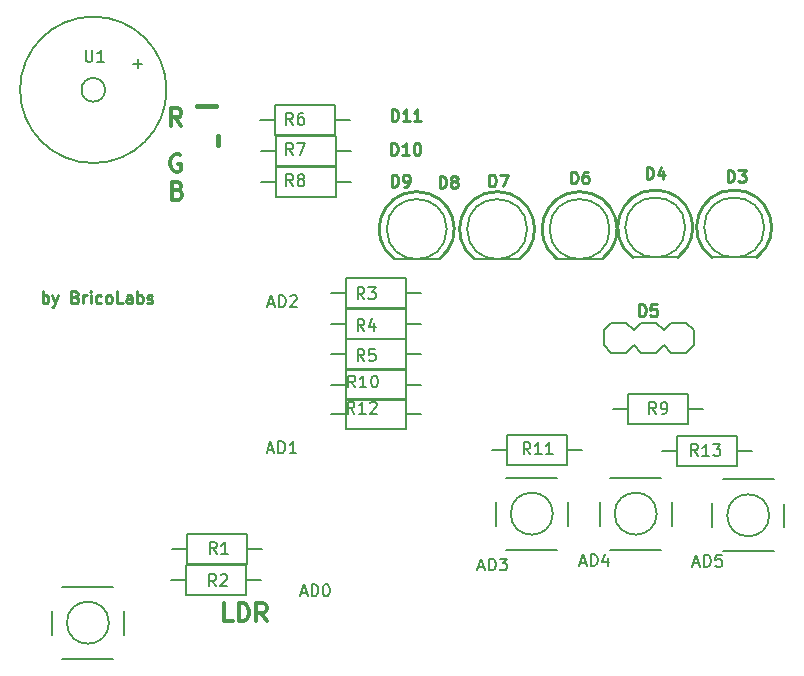
<source format=gto>
G04 #@! TF.FileFunction,Legend,Top*
%FSLAX46Y46*%
G04 Gerber Fmt 4.6, Leading zero omitted, Abs format (unit mm)*
G04 Created by KiCad (PCBNEW 4.0.5+dfsg1-4~bpo8+1) date Wed Sep 27 19:22:44 2017*
%MOMM*%
%LPD*%
G01*
G04 APERTURE LIST*
%ADD10C,0.100000*%
%ADD11C,0.150000*%
%ADD12C,0.250000*%
%ADD13C,0.300000*%
%ADD14C,0.203200*%
%ADD15C,0.254000*%
%ADD16C,0.152400*%
%ADD17C,0.381000*%
G04 APERTURE END LIST*
D10*
D11*
X183380214Y-128627167D02*
X183856405Y-128627167D01*
X183284976Y-128912881D02*
X183618309Y-127912881D01*
X183951643Y-128912881D01*
X184284976Y-128912881D02*
X184284976Y-127912881D01*
X184523071Y-127912881D01*
X184665929Y-127960500D01*
X184761167Y-128055738D01*
X184808786Y-128150976D01*
X184856405Y-128341452D01*
X184856405Y-128484310D01*
X184808786Y-128674786D01*
X184761167Y-128770024D01*
X184665929Y-128865262D01*
X184523071Y-128912881D01*
X184284976Y-128912881D01*
X185761167Y-127912881D02*
X185284976Y-127912881D01*
X185237357Y-128389071D01*
X185284976Y-128341452D01*
X185380214Y-128293833D01*
X185618310Y-128293833D01*
X185713548Y-128341452D01*
X185761167Y-128389071D01*
X185808786Y-128484310D01*
X185808786Y-128722405D01*
X185761167Y-128817643D01*
X185713548Y-128865262D01*
X185618310Y-128912881D01*
X185380214Y-128912881D01*
X185284976Y-128865262D01*
X185237357Y-128817643D01*
X173791714Y-128563667D02*
X174267905Y-128563667D01*
X173696476Y-128849381D02*
X174029809Y-127849381D01*
X174363143Y-128849381D01*
X174696476Y-128849381D02*
X174696476Y-127849381D01*
X174934571Y-127849381D01*
X175077429Y-127897000D01*
X175172667Y-127992238D01*
X175220286Y-128087476D01*
X175267905Y-128277952D01*
X175267905Y-128420810D01*
X175220286Y-128611286D01*
X175172667Y-128706524D01*
X175077429Y-128801762D01*
X174934571Y-128849381D01*
X174696476Y-128849381D01*
X176125048Y-128182714D02*
X176125048Y-128849381D01*
X175886952Y-127801762D02*
X175648857Y-128516048D01*
X176267905Y-128516048D01*
X165155714Y-128944667D02*
X165631905Y-128944667D01*
X165060476Y-129230381D02*
X165393809Y-128230381D01*
X165727143Y-129230381D01*
X166060476Y-129230381D02*
X166060476Y-128230381D01*
X166298571Y-128230381D01*
X166441429Y-128278000D01*
X166536667Y-128373238D01*
X166584286Y-128468476D01*
X166631905Y-128658952D01*
X166631905Y-128801810D01*
X166584286Y-128992286D01*
X166536667Y-129087524D01*
X166441429Y-129182762D01*
X166298571Y-129230381D01*
X166060476Y-129230381D01*
X166965238Y-128230381D02*
X167584286Y-128230381D01*
X167250952Y-128611333D01*
X167393810Y-128611333D01*
X167489048Y-128658952D01*
X167536667Y-128706571D01*
X167584286Y-128801810D01*
X167584286Y-129039905D01*
X167536667Y-129135143D01*
X167489048Y-129182762D01*
X167393810Y-129230381D01*
X167108095Y-129230381D01*
X167012857Y-129182762D01*
X166965238Y-129135143D01*
D12*
X186269405Y-96337381D02*
X186269405Y-95337381D01*
X186507500Y-95337381D01*
X186650358Y-95385000D01*
X186745596Y-95480238D01*
X186793215Y-95575476D01*
X186840834Y-95765952D01*
X186840834Y-95908810D01*
X186793215Y-96099286D01*
X186745596Y-96194524D01*
X186650358Y-96289762D01*
X186507500Y-96337381D01*
X186269405Y-96337381D01*
X187174167Y-95337381D02*
X187793215Y-95337381D01*
X187459881Y-95718333D01*
X187602739Y-95718333D01*
X187697977Y-95765952D01*
X187745596Y-95813571D01*
X187793215Y-95908810D01*
X187793215Y-96146905D01*
X187745596Y-96242143D01*
X187697977Y-96289762D01*
X187602739Y-96337381D01*
X187317024Y-96337381D01*
X187221786Y-96289762D01*
X187174167Y-96242143D01*
X179411405Y-96083381D02*
X179411405Y-95083381D01*
X179649500Y-95083381D01*
X179792358Y-95131000D01*
X179887596Y-95226238D01*
X179935215Y-95321476D01*
X179982834Y-95511952D01*
X179982834Y-95654810D01*
X179935215Y-95845286D01*
X179887596Y-95940524D01*
X179792358Y-96035762D01*
X179649500Y-96083381D01*
X179411405Y-96083381D01*
X180839977Y-95416714D02*
X180839977Y-96083381D01*
X180601881Y-95035762D02*
X180363786Y-95750048D01*
X180982834Y-95750048D01*
X178776405Y-107703881D02*
X178776405Y-106703881D01*
X179014500Y-106703881D01*
X179157358Y-106751500D01*
X179252596Y-106846738D01*
X179300215Y-106941976D01*
X179347834Y-107132452D01*
X179347834Y-107275310D01*
X179300215Y-107465786D01*
X179252596Y-107561024D01*
X179157358Y-107656262D01*
X179014500Y-107703881D01*
X178776405Y-107703881D01*
X180252596Y-106703881D02*
X179776405Y-106703881D01*
X179728786Y-107180071D01*
X179776405Y-107132452D01*
X179871643Y-107084833D01*
X180109739Y-107084833D01*
X180204977Y-107132452D01*
X180252596Y-107180071D01*
X180300215Y-107275310D01*
X180300215Y-107513405D01*
X180252596Y-107608643D01*
X180204977Y-107656262D01*
X180109739Y-107703881D01*
X179871643Y-107703881D01*
X179776405Y-107656262D01*
X179728786Y-107608643D01*
X172997905Y-96464381D02*
X172997905Y-95464381D01*
X173236000Y-95464381D01*
X173378858Y-95512000D01*
X173474096Y-95607238D01*
X173521715Y-95702476D01*
X173569334Y-95892952D01*
X173569334Y-96035810D01*
X173521715Y-96226286D01*
X173474096Y-96321524D01*
X173378858Y-96416762D01*
X173236000Y-96464381D01*
X172997905Y-96464381D01*
X174426477Y-95464381D02*
X174236000Y-95464381D01*
X174140762Y-95512000D01*
X174093143Y-95559619D01*
X173997905Y-95702476D01*
X173950286Y-95892952D01*
X173950286Y-96273905D01*
X173997905Y-96369143D01*
X174045524Y-96416762D01*
X174140762Y-96464381D01*
X174331239Y-96464381D01*
X174426477Y-96416762D01*
X174474096Y-96369143D01*
X174521715Y-96273905D01*
X174521715Y-96035810D01*
X174474096Y-95940571D01*
X174426477Y-95892952D01*
X174331239Y-95845333D01*
X174140762Y-95845333D01*
X174045524Y-95892952D01*
X173997905Y-95940571D01*
X173950286Y-96035810D01*
X166076405Y-96718381D02*
X166076405Y-95718381D01*
X166314500Y-95718381D01*
X166457358Y-95766000D01*
X166552596Y-95861238D01*
X166600215Y-95956476D01*
X166647834Y-96146952D01*
X166647834Y-96289810D01*
X166600215Y-96480286D01*
X166552596Y-96575524D01*
X166457358Y-96670762D01*
X166314500Y-96718381D01*
X166076405Y-96718381D01*
X166981167Y-95718381D02*
X167647834Y-95718381D01*
X167219262Y-96718381D01*
X161885405Y-96845381D02*
X161885405Y-95845381D01*
X162123500Y-95845381D01*
X162266358Y-95893000D01*
X162361596Y-95988238D01*
X162409215Y-96083476D01*
X162456834Y-96273952D01*
X162456834Y-96416810D01*
X162409215Y-96607286D01*
X162361596Y-96702524D01*
X162266358Y-96797762D01*
X162123500Y-96845381D01*
X161885405Y-96845381D01*
X163028262Y-96273952D02*
X162933024Y-96226333D01*
X162885405Y-96178714D01*
X162837786Y-96083476D01*
X162837786Y-96035857D01*
X162885405Y-95940619D01*
X162933024Y-95893000D01*
X163028262Y-95845381D01*
X163218739Y-95845381D01*
X163313977Y-95893000D01*
X163361596Y-95940619D01*
X163409215Y-96035857D01*
X163409215Y-96083476D01*
X163361596Y-96178714D01*
X163313977Y-96226333D01*
X163218739Y-96273952D01*
X163028262Y-96273952D01*
X162933024Y-96321571D01*
X162885405Y-96369190D01*
X162837786Y-96464429D01*
X162837786Y-96654905D01*
X162885405Y-96750143D01*
X162933024Y-96797762D01*
X163028262Y-96845381D01*
X163218739Y-96845381D01*
X163313977Y-96797762D01*
X163361596Y-96750143D01*
X163409215Y-96654905D01*
X163409215Y-96464429D01*
X163361596Y-96369190D01*
X163313977Y-96321571D01*
X163218739Y-96273952D01*
X157813785Y-96728541D02*
X157813785Y-95728541D01*
X158051880Y-95728541D01*
X158194738Y-95776160D01*
X158289976Y-95871398D01*
X158337595Y-95966636D01*
X158385214Y-96157112D01*
X158385214Y-96299970D01*
X158337595Y-96490446D01*
X158289976Y-96585684D01*
X158194738Y-96680922D01*
X158051880Y-96728541D01*
X157813785Y-96728541D01*
X158861404Y-96728541D02*
X159051880Y-96728541D01*
X159147119Y-96680922D01*
X159194738Y-96633303D01*
X159289976Y-96490446D01*
X159337595Y-96299970D01*
X159337595Y-95919017D01*
X159289976Y-95823779D01*
X159242357Y-95776160D01*
X159147119Y-95728541D01*
X158956642Y-95728541D01*
X158861404Y-95776160D01*
X158813785Y-95823779D01*
X158766166Y-95919017D01*
X158766166Y-96157112D01*
X158813785Y-96252350D01*
X158861404Y-96299970D01*
X158956642Y-96347589D01*
X159147119Y-96347589D01*
X159242357Y-96299970D01*
X159289976Y-96252350D01*
X159337595Y-96157112D01*
X157779554Y-94036141D02*
X157779554Y-93036141D01*
X158017649Y-93036141D01*
X158160507Y-93083760D01*
X158255745Y-93178998D01*
X158303364Y-93274236D01*
X158350983Y-93464712D01*
X158350983Y-93607570D01*
X158303364Y-93798046D01*
X158255745Y-93893284D01*
X158160507Y-93988522D01*
X158017649Y-94036141D01*
X157779554Y-94036141D01*
X159303364Y-94036141D02*
X158731935Y-94036141D01*
X159017649Y-94036141D02*
X159017649Y-93036141D01*
X158922411Y-93178998D01*
X158827173Y-93274236D01*
X158731935Y-93321855D01*
X159922411Y-93036141D02*
X160017650Y-93036141D01*
X160112888Y-93083760D01*
X160160507Y-93131379D01*
X160208126Y-93226617D01*
X160255745Y-93417093D01*
X160255745Y-93655189D01*
X160208126Y-93845665D01*
X160160507Y-93940903D01*
X160112888Y-93988522D01*
X160017650Y-94036141D01*
X159922411Y-94036141D01*
X159827173Y-93988522D01*
X159779554Y-93940903D01*
X159731935Y-93845665D01*
X159684316Y-93655189D01*
X159684316Y-93417093D01*
X159731935Y-93226617D01*
X159779554Y-93131379D01*
X159827173Y-93083760D01*
X159922411Y-93036141D01*
X157820194Y-91191341D02*
X157820194Y-90191341D01*
X158058289Y-90191341D01*
X158201147Y-90238960D01*
X158296385Y-90334198D01*
X158344004Y-90429436D01*
X158391623Y-90619912D01*
X158391623Y-90762770D01*
X158344004Y-90953246D01*
X158296385Y-91048484D01*
X158201147Y-91143722D01*
X158058289Y-91191341D01*
X157820194Y-91191341D01*
X159344004Y-91191341D02*
X158772575Y-91191341D01*
X159058289Y-91191341D02*
X159058289Y-90191341D01*
X158963051Y-90334198D01*
X158867813Y-90429436D01*
X158772575Y-90477055D01*
X160296385Y-91191341D02*
X159724956Y-91191341D01*
X160010670Y-91191341D02*
X160010670Y-90191341D01*
X159915432Y-90334198D01*
X159820194Y-90429436D01*
X159724956Y-90477055D01*
D13*
X139730943Y-97047857D02*
X139945229Y-97119286D01*
X140016657Y-97190714D01*
X140088086Y-97333571D01*
X140088086Y-97547857D01*
X140016657Y-97690714D01*
X139945229Y-97762143D01*
X139802371Y-97833571D01*
X139230943Y-97833571D01*
X139230943Y-96333571D01*
X139730943Y-96333571D01*
X139873800Y-96405000D01*
X139945229Y-96476429D01*
X140016657Y-96619286D01*
X140016657Y-96762143D01*
X139945229Y-96905000D01*
X139873800Y-96976429D01*
X139730943Y-97047857D01*
X139230943Y-97047857D01*
X139940457Y-94042800D02*
X139797600Y-93971371D01*
X139583314Y-93971371D01*
X139369029Y-94042800D01*
X139226171Y-94185657D01*
X139154743Y-94328514D01*
X139083314Y-94614229D01*
X139083314Y-94828514D01*
X139154743Y-95114229D01*
X139226171Y-95257086D01*
X139369029Y-95399943D01*
X139583314Y-95471371D01*
X139726171Y-95471371D01*
X139940457Y-95399943D01*
X140011886Y-95328514D01*
X140011886Y-94828514D01*
X139726171Y-94828514D01*
X140011886Y-91585171D02*
X139511886Y-90870886D01*
X139154743Y-91585171D02*
X139154743Y-90085171D01*
X139726171Y-90085171D01*
X139869029Y-90156600D01*
X139940457Y-90228029D01*
X140011886Y-90370886D01*
X140011886Y-90585171D01*
X139940457Y-90728029D01*
X139869029Y-90799457D01*
X139726171Y-90870886D01*
X139154743Y-90870886D01*
X144379286Y-133520571D02*
X143665000Y-133520571D01*
X143665000Y-132020571D01*
X144879286Y-133520571D02*
X144879286Y-132020571D01*
X145236429Y-132020571D01*
X145450714Y-132092000D01*
X145593572Y-132234857D01*
X145665000Y-132377714D01*
X145736429Y-132663429D01*
X145736429Y-132877714D01*
X145665000Y-133163429D01*
X145593572Y-133306286D01*
X145450714Y-133449143D01*
X145236429Y-133520571D01*
X144879286Y-133520571D01*
X147236429Y-133520571D02*
X146736429Y-132806286D01*
X146379286Y-133520571D02*
X146379286Y-132020571D01*
X146950714Y-132020571D01*
X147093572Y-132092000D01*
X147165000Y-132163429D01*
X147236429Y-132306286D01*
X147236429Y-132520571D01*
X147165000Y-132663429D01*
X147093572Y-132734857D01*
X146950714Y-132806286D01*
X146379286Y-132806286D01*
D11*
X147380794Y-106653627D02*
X147856985Y-106653627D01*
X147285556Y-106939341D02*
X147618889Y-105939341D01*
X147952223Y-106939341D01*
X148285556Y-106939341D02*
X148285556Y-105939341D01*
X148523651Y-105939341D01*
X148666509Y-105986960D01*
X148761747Y-106082198D01*
X148809366Y-106177436D01*
X148856985Y-106367912D01*
X148856985Y-106510770D01*
X148809366Y-106701246D01*
X148761747Y-106796484D01*
X148666509Y-106891722D01*
X148523651Y-106939341D01*
X148285556Y-106939341D01*
X149237937Y-106034579D02*
X149285556Y-105986960D01*
X149380794Y-105939341D01*
X149618890Y-105939341D01*
X149714128Y-105986960D01*
X149761747Y-106034579D01*
X149809366Y-106129817D01*
X149809366Y-106225055D01*
X149761747Y-106367912D01*
X149190318Y-106939341D01*
X149809366Y-106939341D01*
X147324914Y-119008187D02*
X147801105Y-119008187D01*
X147229676Y-119293901D02*
X147563009Y-118293901D01*
X147896343Y-119293901D01*
X148229676Y-119293901D02*
X148229676Y-118293901D01*
X148467771Y-118293901D01*
X148610629Y-118341520D01*
X148705867Y-118436758D01*
X148753486Y-118531996D01*
X148801105Y-118722472D01*
X148801105Y-118865330D01*
X148753486Y-119055806D01*
X148705867Y-119151044D01*
X148610629Y-119246282D01*
X148467771Y-119293901D01*
X148229676Y-119293901D01*
X149753486Y-119293901D02*
X149182057Y-119293901D01*
X149467771Y-119293901D02*
X149467771Y-118293901D01*
X149372533Y-118436758D01*
X149277295Y-118531996D01*
X149182057Y-118579615D01*
X150134154Y-131123987D02*
X150610345Y-131123987D01*
X150038916Y-131409701D02*
X150372249Y-130409701D01*
X150705583Y-131409701D01*
X151038916Y-131409701D02*
X151038916Y-130409701D01*
X151277011Y-130409701D01*
X151419869Y-130457320D01*
X151515107Y-130552558D01*
X151562726Y-130647796D01*
X151610345Y-130838272D01*
X151610345Y-130981130D01*
X151562726Y-131171606D01*
X151515107Y-131266844D01*
X151419869Y-131362082D01*
X151277011Y-131409701D01*
X151038916Y-131409701D01*
X152229392Y-130409701D02*
X152324631Y-130409701D01*
X152419869Y-130457320D01*
X152467488Y-130504939D01*
X152515107Y-130600177D01*
X152562726Y-130790653D01*
X152562726Y-131028749D01*
X152515107Y-131219225D01*
X152467488Y-131314463D01*
X152419869Y-131362082D01*
X152324631Y-131409701D01*
X152229392Y-131409701D01*
X152134154Y-131362082D01*
X152086535Y-131314463D01*
X152038916Y-131219225D01*
X151991297Y-131028749D01*
X151991297Y-130790653D01*
X152038916Y-130600177D01*
X152086535Y-130504939D01*
X152134154Y-130457320D01*
X152229392Y-130409701D01*
D12*
X128283912Y-106598981D02*
X128283912Y-105598981D01*
X128283912Y-105979933D02*
X128379150Y-105932314D01*
X128569627Y-105932314D01*
X128664865Y-105979933D01*
X128712484Y-106027552D01*
X128760103Y-106122790D01*
X128760103Y-106408505D01*
X128712484Y-106503743D01*
X128664865Y-106551362D01*
X128569627Y-106598981D01*
X128379150Y-106598981D01*
X128283912Y-106551362D01*
X129093436Y-105932314D02*
X129331531Y-106598981D01*
X129569627Y-105932314D02*
X129331531Y-106598981D01*
X129236293Y-106837076D01*
X129188674Y-106884695D01*
X129093436Y-106932314D01*
X131045818Y-106075171D02*
X131188675Y-106122790D01*
X131236294Y-106170410D01*
X131283913Y-106265648D01*
X131283913Y-106408505D01*
X131236294Y-106503743D01*
X131188675Y-106551362D01*
X131093437Y-106598981D01*
X130712484Y-106598981D01*
X130712484Y-105598981D01*
X131045818Y-105598981D01*
X131141056Y-105646600D01*
X131188675Y-105694219D01*
X131236294Y-105789457D01*
X131236294Y-105884695D01*
X131188675Y-105979933D01*
X131141056Y-106027552D01*
X131045818Y-106075171D01*
X130712484Y-106075171D01*
X131712484Y-106598981D02*
X131712484Y-105932314D01*
X131712484Y-106122790D02*
X131760103Y-106027552D01*
X131807722Y-105979933D01*
X131902960Y-105932314D01*
X131998199Y-105932314D01*
X132331532Y-106598981D02*
X132331532Y-105932314D01*
X132331532Y-105598981D02*
X132283913Y-105646600D01*
X132331532Y-105694219D01*
X132379151Y-105646600D01*
X132331532Y-105598981D01*
X132331532Y-105694219D01*
X133236294Y-106551362D02*
X133141056Y-106598981D01*
X132950579Y-106598981D01*
X132855341Y-106551362D01*
X132807722Y-106503743D01*
X132760103Y-106408505D01*
X132760103Y-106122790D01*
X132807722Y-106027552D01*
X132855341Y-105979933D01*
X132950579Y-105932314D01*
X133141056Y-105932314D01*
X133236294Y-105979933D01*
X133807722Y-106598981D02*
X133712484Y-106551362D01*
X133664865Y-106503743D01*
X133617246Y-106408505D01*
X133617246Y-106122790D01*
X133664865Y-106027552D01*
X133712484Y-105979933D01*
X133807722Y-105932314D01*
X133950580Y-105932314D01*
X134045818Y-105979933D01*
X134093437Y-106027552D01*
X134141056Y-106122790D01*
X134141056Y-106408505D01*
X134093437Y-106503743D01*
X134045818Y-106551362D01*
X133950580Y-106598981D01*
X133807722Y-106598981D01*
X135045818Y-106598981D02*
X134569627Y-106598981D01*
X134569627Y-105598981D01*
X135807723Y-106598981D02*
X135807723Y-106075171D01*
X135760104Y-105979933D01*
X135664866Y-105932314D01*
X135474389Y-105932314D01*
X135379151Y-105979933D01*
X135807723Y-106551362D02*
X135712485Y-106598981D01*
X135474389Y-106598981D01*
X135379151Y-106551362D01*
X135331532Y-106456124D01*
X135331532Y-106360886D01*
X135379151Y-106265648D01*
X135474389Y-106218029D01*
X135712485Y-106218029D01*
X135807723Y-106170410D01*
X136283913Y-106598981D02*
X136283913Y-105598981D01*
X136283913Y-105979933D02*
X136379151Y-105932314D01*
X136569628Y-105932314D01*
X136664866Y-105979933D01*
X136712485Y-106027552D01*
X136760104Y-106122790D01*
X136760104Y-106408505D01*
X136712485Y-106503743D01*
X136664866Y-106551362D01*
X136569628Y-106598981D01*
X136379151Y-106598981D01*
X136283913Y-106551362D01*
X137141056Y-106551362D02*
X137236294Y-106598981D01*
X137426770Y-106598981D01*
X137522009Y-106551362D01*
X137569628Y-106456124D01*
X137569628Y-106408505D01*
X137522009Y-106313267D01*
X137426770Y-106265648D01*
X137283913Y-106265648D01*
X137188675Y-106218029D01*
X137141056Y-106122790D01*
X137141056Y-106075171D01*
X137188675Y-105979933D01*
X137283913Y-105932314D01*
X137426770Y-105932314D01*
X137522009Y-105979933D01*
D14*
X190169800Y-121513600D02*
X185851800Y-121513600D01*
X185851800Y-127609600D02*
X190169800Y-127609600D01*
X191058800Y-123565920D02*
X191058800Y-125577600D01*
X184962800Y-123535440D02*
X184962800Y-125577600D01*
X189788800Y-124561600D02*
G75*
G03X189788800Y-124561600I-1778000J0D01*
G01*
X171843700Y-121373900D02*
X167525700Y-121373900D01*
X167525700Y-127469900D02*
X171843700Y-127469900D01*
X172732700Y-123426220D02*
X172732700Y-125437900D01*
X166636700Y-123395740D02*
X166636700Y-125437900D01*
X171462700Y-124421900D02*
G75*
G03X171462700Y-124421900I-1778000J0D01*
G01*
D11*
X187071000Y-120396000D02*
X181991000Y-120396000D01*
X181991000Y-120396000D02*
X181991000Y-117856000D01*
X181991000Y-117856000D02*
X187071000Y-117856000D01*
X187071000Y-117856000D02*
X187071000Y-120396000D01*
X187071000Y-119126000D02*
X188341000Y-119126000D01*
X181991000Y-119126000D02*
X180721000Y-119126000D01*
X159004000Y-114808000D02*
X153924000Y-114808000D01*
X153924000Y-114808000D02*
X153924000Y-112268000D01*
X153924000Y-112268000D02*
X159004000Y-112268000D01*
X159004000Y-112268000D02*
X159004000Y-114808000D01*
X159004000Y-113538000D02*
X160274000Y-113538000D01*
X153924000Y-113538000D02*
X152654000Y-113538000D01*
X159004000Y-117221000D02*
X153924000Y-117221000D01*
X153924000Y-117221000D02*
X153924000Y-114681000D01*
X153924000Y-114681000D02*
X159004000Y-114681000D01*
X159004000Y-114681000D02*
X159004000Y-117221000D01*
X159004000Y-115951000D02*
X160274000Y-115951000D01*
X153924000Y-115951000D02*
X152654000Y-115951000D01*
D14*
X180644800Y-121373900D02*
X176326800Y-121373900D01*
X176326800Y-127469900D02*
X180644800Y-127469900D01*
X181533800Y-123426220D02*
X181533800Y-125437900D01*
X175437800Y-123395740D02*
X175437800Y-125437900D01*
X180263800Y-124421900D02*
G75*
G03X180263800Y-124421900I-1778000J0D01*
G01*
X178308000Y-110172500D02*
X177673000Y-110807500D01*
X177673000Y-110807500D02*
X176403000Y-110807500D01*
X176403000Y-110807500D02*
X175768000Y-110172500D01*
X175768000Y-108902500D02*
X176403000Y-108267500D01*
X176403000Y-108267500D02*
X177673000Y-108267500D01*
X177673000Y-108267500D02*
X178308000Y-108902500D01*
X182753000Y-110807500D02*
X181483000Y-110807500D01*
X181483000Y-110807500D02*
X180848000Y-110172500D01*
X180848000Y-108902500D02*
X181483000Y-108267500D01*
X180848000Y-110172500D02*
X180213000Y-110807500D01*
X180213000Y-110807500D02*
X178943000Y-110807500D01*
X178943000Y-110807500D02*
X178308000Y-110172500D01*
X178308000Y-108902500D02*
X178943000Y-108267500D01*
X178943000Y-108267500D02*
X180213000Y-108267500D01*
X180213000Y-108267500D02*
X180848000Y-108902500D01*
X183388000Y-110172500D02*
X183388000Y-108902500D01*
X182753000Y-110807500D02*
X183388000Y-110172500D01*
X183388000Y-108902500D02*
X182753000Y-108267500D01*
X181483000Y-108267500D02*
X182753000Y-108267500D01*
X175768000Y-110172500D02*
X175768000Y-108902500D01*
X134264400Y-130606800D02*
X129946400Y-130606800D01*
X129946400Y-136702800D02*
X134264400Y-136702800D01*
X135153400Y-132659120D02*
X135153400Y-134670800D01*
X129057400Y-132628640D02*
X129057400Y-134670800D01*
X133883400Y-133654800D02*
G75*
G03X133883400Y-133654800I-1778000J0D01*
G01*
D11*
X133563360Y-88539320D02*
G75*
G03X133563360Y-88539320I-1000760J0D01*
G01*
X138762740Y-88539320D02*
G75*
G03X138762740Y-88539320I-6200140J0D01*
G01*
X140467080Y-126136400D02*
X145547080Y-126136400D01*
X145547080Y-126136400D02*
X145547080Y-128676400D01*
X145547080Y-128676400D02*
X140467080Y-128676400D01*
X140467080Y-128676400D02*
X140467080Y-126136400D01*
X140467080Y-127406400D02*
X139197080Y-127406400D01*
X145547080Y-127406400D02*
X146817080Y-127406400D01*
X145516600Y-131333240D02*
X140436600Y-131333240D01*
X140436600Y-131333240D02*
X140436600Y-128793240D01*
X140436600Y-128793240D02*
X145516600Y-128793240D01*
X145516600Y-128793240D02*
X145516600Y-131333240D01*
X145516600Y-130063240D02*
X146786600Y-130063240D01*
X140436600Y-130063240D02*
X139166600Y-130063240D01*
X159031940Y-106977180D02*
X153951940Y-106977180D01*
X153951940Y-106977180D02*
X153951940Y-104437180D01*
X153951940Y-104437180D02*
X159031940Y-104437180D01*
X159031940Y-104437180D02*
X159031940Y-106977180D01*
X159031940Y-105707180D02*
X160301940Y-105707180D01*
X153951940Y-105707180D02*
X152681940Y-105707180D01*
X159031940Y-109647355D02*
X153951940Y-109647355D01*
X153951940Y-109647355D02*
X153951940Y-107107355D01*
X153951940Y-107107355D02*
X159031940Y-107107355D01*
X159031940Y-107107355D02*
X159031940Y-109647355D01*
X159031940Y-108377355D02*
X160301940Y-108377355D01*
X153951940Y-108377355D02*
X152681940Y-108377355D01*
X159031940Y-112209580D02*
X153951940Y-112209580D01*
X153951940Y-112209580D02*
X153951940Y-109669580D01*
X153951940Y-109669580D02*
X159031940Y-109669580D01*
X159031940Y-109669580D02*
X159031940Y-112209580D01*
X159031940Y-110939580D02*
X160301940Y-110939580D01*
X153951940Y-110939580D02*
X152681940Y-110939580D01*
X147990560Y-89839800D02*
X153070560Y-89839800D01*
X153070560Y-89839800D02*
X153070560Y-92379800D01*
X153070560Y-92379800D02*
X147990560Y-92379800D01*
X147990560Y-92379800D02*
X147990560Y-89839800D01*
X147990560Y-91109800D02*
X146720560Y-91109800D01*
X153070560Y-91109800D02*
X154340560Y-91109800D01*
X147995640Y-92407740D02*
X153075640Y-92407740D01*
X153075640Y-92407740D02*
X153075640Y-94947740D01*
X153075640Y-94947740D02*
X147995640Y-94947740D01*
X147995640Y-94947740D02*
X147995640Y-92407740D01*
X147995640Y-93677740D02*
X146725640Y-93677740D01*
X153075640Y-93677740D02*
X154345640Y-93677740D01*
X147995640Y-95036640D02*
X153075640Y-95036640D01*
X153075640Y-95036640D02*
X153075640Y-97576640D01*
X153075640Y-97576640D02*
X147995640Y-97576640D01*
X147995640Y-97576640D02*
X147995640Y-95036640D01*
X147995640Y-96306640D02*
X146725640Y-96306640D01*
X153075640Y-96306640D02*
X154345640Y-96306640D01*
X182880000Y-116840000D02*
X177800000Y-116840000D01*
X177800000Y-116840000D02*
X177800000Y-114300000D01*
X177800000Y-114300000D02*
X182880000Y-114300000D01*
X182880000Y-114300000D02*
X182880000Y-116840000D01*
X182880000Y-115570000D02*
X184150000Y-115570000D01*
X177800000Y-115570000D02*
X176530000Y-115570000D01*
X167566340Y-117729000D02*
X172646340Y-117729000D01*
X172646340Y-117729000D02*
X172646340Y-120269000D01*
X172646340Y-120269000D02*
X167566340Y-120269000D01*
X167566340Y-120269000D02*
X167566340Y-117729000D01*
X167566340Y-118999000D02*
X166296340Y-118999000D01*
X172646340Y-118999000D02*
X173916340Y-118999000D01*
D14*
X158038800Y-102870000D02*
X161848800Y-102870000D01*
D15*
X161851468Y-102867997D02*
G75*
G03X158038800Y-102870000I-1907668J2537997D01*
G01*
D16*
X162483800Y-100330000D02*
G75*
G03X162483800Y-100330000I-2540000J0D01*
G01*
D14*
X164846000Y-102870000D02*
X168656000Y-102870000D01*
D15*
X168658668Y-102867997D02*
G75*
G03X164846000Y-102870000I-1907668J2537997D01*
G01*
D16*
X169291000Y-100330000D02*
G75*
G03X169291000Y-100330000I-2540000J0D01*
G01*
D14*
X171831000Y-102870000D02*
X175641000Y-102870000D01*
D15*
X175643668Y-102867997D02*
G75*
G03X171831000Y-102870000I-1907668J2537997D01*
G01*
D16*
X176276000Y-100330000D02*
G75*
G03X176276000Y-100330000I-2540000J0D01*
G01*
D14*
X178235493Y-102731321D02*
X182045493Y-102731321D01*
D15*
X182048161Y-102729318D02*
G75*
G03X178235493Y-102731321I-1907668J2537997D01*
G01*
D16*
X182680493Y-100191321D02*
G75*
G03X182680493Y-100191321I-2540000J0D01*
G01*
D14*
X184915493Y-102731321D02*
X188725493Y-102731321D01*
D15*
X188728161Y-102729318D02*
G75*
G03X184915493Y-102731321I-1907668J2537997D01*
G01*
D16*
X189360493Y-100191321D02*
G75*
G03X189360493Y-100191321I-2540000J0D01*
G01*
D17*
X143149174Y-92481494D02*
X143149174Y-93179994D01*
X142948514Y-89880534D02*
X141348314Y-89880534D01*
D11*
X183761143Y-119537741D02*
X183427809Y-119061550D01*
X183189714Y-119537741D02*
X183189714Y-118537741D01*
X183570667Y-118537741D01*
X183665905Y-118585360D01*
X183713524Y-118632979D01*
X183761143Y-118728217D01*
X183761143Y-118871074D01*
X183713524Y-118966312D01*
X183665905Y-119013931D01*
X183570667Y-119061550D01*
X183189714Y-119061550D01*
X184713524Y-119537741D02*
X184142095Y-119537741D01*
X184427809Y-119537741D02*
X184427809Y-118537741D01*
X184332571Y-118680598D01*
X184237333Y-118775836D01*
X184142095Y-118823455D01*
X185046857Y-118537741D02*
X185665905Y-118537741D01*
X185332571Y-118918693D01*
X185475429Y-118918693D01*
X185570667Y-118966312D01*
X185618286Y-119013931D01*
X185665905Y-119109170D01*
X185665905Y-119347265D01*
X185618286Y-119442503D01*
X185570667Y-119490122D01*
X185475429Y-119537741D01*
X185189714Y-119537741D01*
X185094476Y-119490122D01*
X185046857Y-119442503D01*
X154741643Y-113736381D02*
X154408309Y-113260190D01*
X154170214Y-113736381D02*
X154170214Y-112736381D01*
X154551167Y-112736381D01*
X154646405Y-112784000D01*
X154694024Y-112831619D01*
X154741643Y-112926857D01*
X154741643Y-113069714D01*
X154694024Y-113164952D01*
X154646405Y-113212571D01*
X154551167Y-113260190D01*
X154170214Y-113260190D01*
X155694024Y-113736381D02*
X155122595Y-113736381D01*
X155408309Y-113736381D02*
X155408309Y-112736381D01*
X155313071Y-112879238D01*
X155217833Y-112974476D01*
X155122595Y-113022095D01*
X156313071Y-112736381D02*
X156408310Y-112736381D01*
X156503548Y-112784000D01*
X156551167Y-112831619D01*
X156598786Y-112926857D01*
X156646405Y-113117333D01*
X156646405Y-113355429D01*
X156598786Y-113545905D01*
X156551167Y-113641143D01*
X156503548Y-113688762D01*
X156408310Y-113736381D01*
X156313071Y-113736381D01*
X156217833Y-113688762D01*
X156170214Y-113641143D01*
X156122595Y-113545905D01*
X156074976Y-113355429D01*
X156074976Y-113117333D01*
X156122595Y-112926857D01*
X156170214Y-112831619D01*
X156217833Y-112784000D01*
X156313071Y-112736381D01*
X154678143Y-115958881D02*
X154344809Y-115482690D01*
X154106714Y-115958881D02*
X154106714Y-114958881D01*
X154487667Y-114958881D01*
X154582905Y-115006500D01*
X154630524Y-115054119D01*
X154678143Y-115149357D01*
X154678143Y-115292214D01*
X154630524Y-115387452D01*
X154582905Y-115435071D01*
X154487667Y-115482690D01*
X154106714Y-115482690D01*
X155630524Y-115958881D02*
X155059095Y-115958881D01*
X155344809Y-115958881D02*
X155344809Y-114958881D01*
X155249571Y-115101738D01*
X155154333Y-115196976D01*
X155059095Y-115244595D01*
X156011476Y-115054119D02*
X156059095Y-115006500D01*
X156154333Y-114958881D01*
X156392429Y-114958881D01*
X156487667Y-115006500D01*
X156535286Y-115054119D01*
X156582905Y-115149357D01*
X156582905Y-115244595D01*
X156535286Y-115387452D01*
X155963857Y-115958881D01*
X156582905Y-115958881D01*
X131912455Y-85177381D02*
X131912455Y-85986905D01*
X131960074Y-86082143D01*
X132007693Y-86129762D01*
X132102931Y-86177381D01*
X132293408Y-86177381D01*
X132388646Y-86129762D01*
X132436265Y-86082143D01*
X132483884Y-85986905D01*
X132483884Y-85177381D01*
X133483884Y-86177381D02*
X132912455Y-86177381D01*
X133198169Y-86177381D02*
X133198169Y-85177381D01*
X133102931Y-85320238D01*
X133007693Y-85415476D01*
X132912455Y-85463095D01*
X135966248Y-86314589D02*
X136728153Y-86314589D01*
X136347201Y-86695541D02*
X136347201Y-85933636D01*
X143013134Y-127838461D02*
X142679800Y-127362270D01*
X142441705Y-127838461D02*
X142441705Y-126838461D01*
X142822658Y-126838461D01*
X142917896Y-126886080D01*
X142965515Y-126933699D01*
X143013134Y-127028937D01*
X143013134Y-127171794D01*
X142965515Y-127267032D01*
X142917896Y-127314651D01*
X142822658Y-127362270D01*
X142441705Y-127362270D01*
X143965515Y-127838461D02*
X143394086Y-127838461D01*
X143679800Y-127838461D02*
X143679800Y-126838461D01*
X143584562Y-126981318D01*
X143489324Y-127076556D01*
X143394086Y-127124175D01*
X142962334Y-130561341D02*
X142629000Y-130085150D01*
X142390905Y-130561341D02*
X142390905Y-129561341D01*
X142771858Y-129561341D01*
X142867096Y-129608960D01*
X142914715Y-129656579D01*
X142962334Y-129751817D01*
X142962334Y-129894674D01*
X142914715Y-129989912D01*
X142867096Y-130037531D01*
X142771858Y-130085150D01*
X142390905Y-130085150D01*
X143343286Y-129656579D02*
X143390905Y-129608960D01*
X143486143Y-129561341D01*
X143724239Y-129561341D01*
X143819477Y-129608960D01*
X143867096Y-129656579D01*
X143914715Y-129751817D01*
X143914715Y-129847055D01*
X143867096Y-129989912D01*
X143295667Y-130561341D01*
X143914715Y-130561341D01*
X155509934Y-106268781D02*
X155176600Y-105792590D01*
X154938505Y-106268781D02*
X154938505Y-105268781D01*
X155319458Y-105268781D01*
X155414696Y-105316400D01*
X155462315Y-105364019D01*
X155509934Y-105459257D01*
X155509934Y-105602114D01*
X155462315Y-105697352D01*
X155414696Y-105744971D01*
X155319458Y-105792590D01*
X154938505Y-105792590D01*
X155843267Y-105268781D02*
X156462315Y-105268781D01*
X156128981Y-105649733D01*
X156271839Y-105649733D01*
X156367077Y-105697352D01*
X156414696Y-105744971D01*
X156462315Y-105840210D01*
X156462315Y-106078305D01*
X156414696Y-106173543D01*
X156367077Y-106221162D01*
X156271839Y-106268781D01*
X155986124Y-106268781D01*
X155890886Y-106221162D01*
X155843267Y-106173543D01*
X155509934Y-108938956D02*
X155176600Y-108462765D01*
X154938505Y-108938956D02*
X154938505Y-107938956D01*
X155319458Y-107938956D01*
X155414696Y-107986575D01*
X155462315Y-108034194D01*
X155509934Y-108129432D01*
X155509934Y-108272289D01*
X155462315Y-108367527D01*
X155414696Y-108415146D01*
X155319458Y-108462765D01*
X154938505Y-108462765D01*
X156367077Y-108272289D02*
X156367077Y-108938956D01*
X156128981Y-107891337D02*
X155890886Y-108605623D01*
X156509934Y-108605623D01*
X155509934Y-111501181D02*
X155176600Y-111024990D01*
X154938505Y-111501181D02*
X154938505Y-110501181D01*
X155319458Y-110501181D01*
X155414696Y-110548800D01*
X155462315Y-110596419D01*
X155509934Y-110691657D01*
X155509934Y-110834514D01*
X155462315Y-110929752D01*
X155414696Y-110977371D01*
X155319458Y-111024990D01*
X154938505Y-111024990D01*
X156414696Y-110501181D02*
X155938505Y-110501181D01*
X155890886Y-110977371D01*
X155938505Y-110929752D01*
X156033743Y-110882133D01*
X156271839Y-110882133D01*
X156367077Y-110929752D01*
X156414696Y-110977371D01*
X156462315Y-111072610D01*
X156462315Y-111310705D01*
X156414696Y-111405943D01*
X156367077Y-111453562D01*
X156271839Y-111501181D01*
X156033743Y-111501181D01*
X155938505Y-111453562D01*
X155890886Y-111405943D01*
X149474894Y-91493601D02*
X149141560Y-91017410D01*
X148903465Y-91493601D02*
X148903465Y-90493601D01*
X149284418Y-90493601D01*
X149379656Y-90541220D01*
X149427275Y-90588839D01*
X149474894Y-90684077D01*
X149474894Y-90826934D01*
X149427275Y-90922172D01*
X149379656Y-90969791D01*
X149284418Y-91017410D01*
X148903465Y-91017410D01*
X150332037Y-90493601D02*
X150141560Y-90493601D01*
X150046322Y-90541220D01*
X149998703Y-90588839D01*
X149903465Y-90731696D01*
X149855846Y-90922172D01*
X149855846Y-91303125D01*
X149903465Y-91398363D01*
X149951084Y-91445982D01*
X150046322Y-91493601D01*
X150236799Y-91493601D01*
X150332037Y-91445982D01*
X150379656Y-91398363D01*
X150427275Y-91303125D01*
X150427275Y-91065030D01*
X150379656Y-90969791D01*
X150332037Y-90922172D01*
X150236799Y-90874553D01*
X150046322Y-90874553D01*
X149951084Y-90922172D01*
X149903465Y-90969791D01*
X149855846Y-91065030D01*
X149479974Y-94061541D02*
X149146640Y-93585350D01*
X148908545Y-94061541D02*
X148908545Y-93061541D01*
X149289498Y-93061541D01*
X149384736Y-93109160D01*
X149432355Y-93156779D01*
X149479974Y-93252017D01*
X149479974Y-93394874D01*
X149432355Y-93490112D01*
X149384736Y-93537731D01*
X149289498Y-93585350D01*
X148908545Y-93585350D01*
X149813307Y-93061541D02*
X150479974Y-93061541D01*
X150051402Y-94061541D01*
X149479974Y-96690441D02*
X149146640Y-96214250D01*
X148908545Y-96690441D02*
X148908545Y-95690441D01*
X149289498Y-95690441D01*
X149384736Y-95738060D01*
X149432355Y-95785679D01*
X149479974Y-95880917D01*
X149479974Y-96023774D01*
X149432355Y-96119012D01*
X149384736Y-96166631D01*
X149289498Y-96214250D01*
X148908545Y-96214250D01*
X150051402Y-96119012D02*
X149956164Y-96071393D01*
X149908545Y-96023774D01*
X149860926Y-95928536D01*
X149860926Y-95880917D01*
X149908545Y-95785679D01*
X149956164Y-95738060D01*
X150051402Y-95690441D01*
X150241879Y-95690441D01*
X150337117Y-95738060D01*
X150384736Y-95785679D01*
X150432355Y-95880917D01*
X150432355Y-95928536D01*
X150384736Y-96023774D01*
X150337117Y-96071393D01*
X150241879Y-96119012D01*
X150051402Y-96119012D01*
X149956164Y-96166631D01*
X149908545Y-96214250D01*
X149860926Y-96309489D01*
X149860926Y-96499965D01*
X149908545Y-96595203D01*
X149956164Y-96642822D01*
X150051402Y-96690441D01*
X150241879Y-96690441D01*
X150337117Y-96642822D01*
X150384736Y-96595203D01*
X150432355Y-96499965D01*
X150432355Y-96309489D01*
X150384736Y-96214250D01*
X150337117Y-96166631D01*
X150241879Y-96119012D01*
X180224134Y-115971581D02*
X179890800Y-115495390D01*
X179652705Y-115971581D02*
X179652705Y-114971581D01*
X180033658Y-114971581D01*
X180128896Y-115019200D01*
X180176515Y-115066819D01*
X180224134Y-115162057D01*
X180224134Y-115304914D01*
X180176515Y-115400152D01*
X180128896Y-115447771D01*
X180033658Y-115495390D01*
X179652705Y-115495390D01*
X180700324Y-115971581D02*
X180890800Y-115971581D01*
X180986039Y-115923962D01*
X181033658Y-115876343D01*
X181128896Y-115733486D01*
X181176515Y-115543010D01*
X181176515Y-115162057D01*
X181128896Y-115066819D01*
X181081277Y-115019200D01*
X180986039Y-114971581D01*
X180795562Y-114971581D01*
X180700324Y-115019200D01*
X180652705Y-115066819D01*
X180605086Y-115162057D01*
X180605086Y-115400152D01*
X180652705Y-115495390D01*
X180700324Y-115543010D01*
X180795562Y-115590629D01*
X180986039Y-115590629D01*
X181081277Y-115543010D01*
X181128896Y-115495390D01*
X181176515Y-115400152D01*
X169567623Y-119398041D02*
X169234289Y-118921850D01*
X168996194Y-119398041D02*
X168996194Y-118398041D01*
X169377147Y-118398041D01*
X169472385Y-118445660D01*
X169520004Y-118493279D01*
X169567623Y-118588517D01*
X169567623Y-118731374D01*
X169520004Y-118826612D01*
X169472385Y-118874231D01*
X169377147Y-118921850D01*
X168996194Y-118921850D01*
X170520004Y-119398041D02*
X169948575Y-119398041D01*
X170234289Y-119398041D02*
X170234289Y-118398041D01*
X170139051Y-118540898D01*
X170043813Y-118636136D01*
X169948575Y-118683755D01*
X171472385Y-119398041D02*
X170900956Y-119398041D01*
X171186670Y-119398041D02*
X171186670Y-118398041D01*
X171091432Y-118540898D01*
X170996194Y-118636136D01*
X170900956Y-118683755D01*
M02*

</source>
